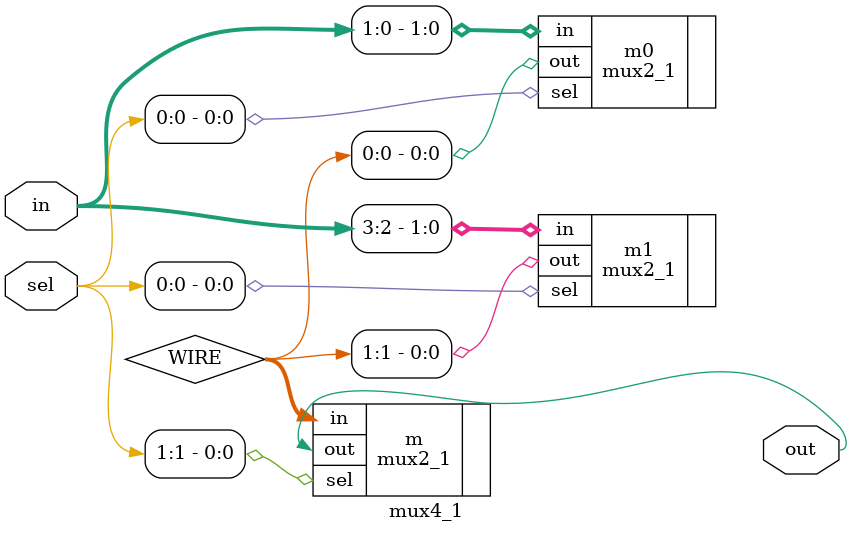
<source format=sv>
module mux4_1(out, in, sel); // a 4 to 1 multiplexer to use in 32 to 1
	// one output bit
	output logic out;
	
	// four input bits
	input logic [3:0] in;
	
	// two selection bits, for choosing input
	input logic [1:0] sel;
	
	logic [1:0] WIRE;
	
	mux2_1 m0(.out(WIRE[0]), .in(in[1:0]), .sel(sel[0]));
	mux2_1 m1(.out(WIRE[1]), .in(in[3:2]), .sel(sel[0]));
	mux2_1 m (.out(out), .in(WIRE[1:0]), .sel(sel[1]));
endmodule 
</source>
